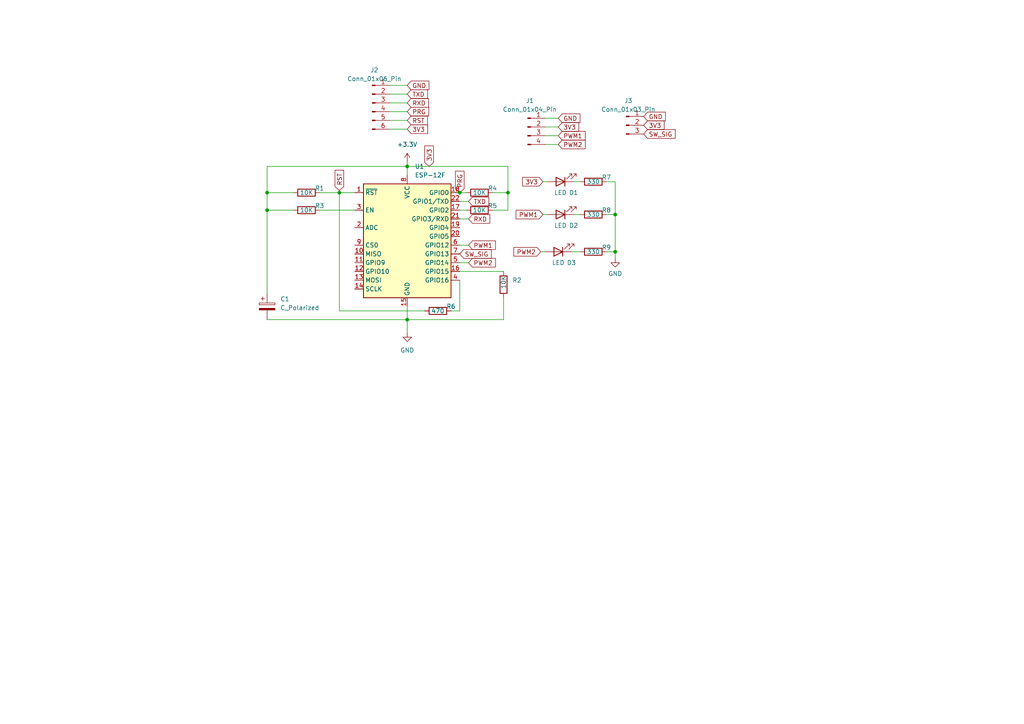
<source format=kicad_sch>
(kicad_sch (version 20230121) (generator eeschema)
  (paper "A4")
  (lib_symbols
    (symbol "Connector:Conn_01x03_Pin" (pin_names (offset 1.016) hide)
      (property "Reference" "J" (at 0 5.08 0))
      (property "Value" "Conn_01x03_Pin" (at 0 -5.08 0))
      (symbol "Conn_01x03_Pin_1_1"
        (polyline (pts (xy 1.27 -2.54) (xy 0.8636 -2.54)) (stroke (width 0.1524)))
        (polyline (pts (xy 1.27 0) (xy 0.8636 0)) (stroke (width 0.1524)))
        (polyline (pts (xy 1.27 2.54) (xy 0.8636 2.54)) (stroke (width 0.1524)))
        (rectangle (start 0.8636 -2.413) (end 0 -2.667) (stroke (width 0.1524)) (fill (type outline)))
        (rectangle (start 0.8636 0.127) (end 0 -0.127) (stroke (width 0.1524)) (fill (type outline)))
        (rectangle (start 0.8636 2.667) (end 0 2.413) (stroke (width 0.1524)) (fill (type outline)))
        (pin passive line (at 5.08 2.54 180) (length 3.81) (name "Pin_1") (number "1"))
        (pin passive line (at 5.08 0 180) (length 3.81) (name "Pin_2") (number "2"))
        (pin passive line (at 5.08 -2.54 180) (length 3.81) (name "Pin_3") (number "3"))
      )
    )
    (symbol "Connector:Conn_01x04_Pin" (pin_names (offset 1.016) hide)
      (property "Reference" "J" (at 0 5.08 0))
      (property "Value" "Conn_01x04_Pin" (at 0 -7.62 0))
      (symbol "Conn_01x04_Pin_1_1"
        (polyline (pts (xy 1.27 -5.08) (xy 0.8636 -5.08)) (stroke (width 0.1524)))
        (polyline (pts (xy 1.27 -2.54) (xy 0.8636 -2.54)) (stroke (width 0.1524)))
        (polyline (pts (xy 1.27 0) (xy 0.8636 0)) (stroke (width 0.1524)))
        (polyline (pts (xy 1.27 2.54) (xy 0.8636 2.54)) (stroke (width 0.1524)))
        (rectangle (start 0.8636 -4.953) (end 0 -5.207) (stroke (width 0.1524)) (fill (type outline)))
        (rectangle (start 0.8636 -2.413) (end 0 -2.667) (stroke (width 0.1524)) (fill (type outline)))
        (rectangle (start 0.8636 0.127) (end 0 -0.127) (stroke (width 0.1524)) (fill (type outline)))
        (rectangle (start 0.8636 2.667) (end 0 2.413) (stroke (width 0.1524)) (fill (type outline)))
        (pin passive line (at 5.08 2.54 180) (length 3.81) (name "Pin_1") (number "1"))
        (pin passive line (at 5.08 0 180) (length 3.81) (name "Pin_2") (number "2"))
        (pin passive line (at 5.08 -2.54 180) (length 3.81) (name "Pin_3") (number "3"))
        (pin passive line (at 5.08 -5.08 180) (length 3.81) (name "Pin_4") (number "4"))
      )
    )
    (symbol "Connector:Conn_01x06_Pin" (pin_names (offset 1.016) hide)
      (property "Reference" "J" (at 0 7.62 0))
      (property "Value" "Conn_01x06_Pin" (at 0 -10.16 0))
      (symbol "Conn_01x06_Pin_1_1"
        (polyline (pts (xy 1.27 -7.62) (xy 0.8636 -7.62)) (stroke (width 0.1524)))
        (polyline (pts (xy 1.27 -5.08) (xy 0.8636 -5.08)) (stroke (width 0.1524)))
        (polyline (pts (xy 1.27 -2.54) (xy 0.8636 -2.54)) (stroke (width 0.1524)))
        (polyline (pts (xy 1.27 0) (xy 0.8636 0)) (stroke (width 0.1524)))
        (polyline (pts (xy 1.27 2.54) (xy 0.8636 2.54)) (stroke (width 0.1524)))
        (polyline (pts (xy 1.27 5.08) (xy 0.8636 5.08)) (stroke (width 0.1524)))
        (rectangle (start 0.8636 -7.493) (end 0 -7.747) (stroke (width 0.1524)) (fill (type outline)))
        (rectangle (start 0.8636 -4.953) (end 0 -5.207) (stroke (width 0.1524)) (fill (type outline)))
        (rectangle (start 0.8636 -2.413) (end 0 -2.667) (stroke (width 0.1524)) (fill (type outline)))
        (rectangle (start 0.8636 0.127) (end 0 -0.127) (stroke (width 0.1524)) (fill (type outline)))
        (rectangle (start 0.8636 2.667) (end 0 2.413) (stroke (width 0.1524)) (fill (type outline)))
        (rectangle (start 0.8636 5.207) (end 0 4.953) (stroke (width 0.1524)) (fill (type outline)))
        (pin passive line (at 5.08 5.08 180) (length 3.81) (name "Pin_1") (number "1"))
        (pin passive line (at 5.08 2.54 180) (length 3.81) (name "Pin_2") (number "2"))
        (pin passive line (at 5.08 0 180) (length 3.81) (name "Pin_3") (number "3"))
        (pin passive line (at 5.08 -2.54 180) (length 3.81) (name "Pin_4") (number "4"))
        (pin passive line (at 5.08 -5.08 180) (length 3.81) (name "Pin_5") (number "5"))
        (pin passive line (at 5.08 -7.62 180) (length 3.81) (name "Pin_6") (number "6"))
      )
    )
    (symbol "Device:C_Polarized" (pin_numbers hide) (pin_names (offset 0.254))
      (property "Reference" "C" (at 0.635 2.54 0))
      (property "Value" "C_Polarized" (at 0.635 -2.54 0))
      (symbol "C_Polarized_0_1"
        (rectangle (start -2.286 0.508) (end 2.286 1.016))
        (polyline (pts (xy -1.778 2.286) (xy -0.762 2.286)))
        (polyline (pts (xy -1.27 2.794) (xy -1.27 1.778)))
        (rectangle (start 2.286 -0.508) (end -2.286 -1.016) (fill (type outline)))
      )
      (symbol "C_Polarized_1_1"
        (pin passive line (at 0 3.81 270) (length 2.794) (name "~") (number "1"))
        (pin passive line (at 0 -3.81 90) (length 2.794) (name "~") (number "2"))
      )
    )
    (symbol "Device:LED" (pin_numbers hide) (pin_names (offset 1.016) hide)
      (property "Reference" "D" (at 0 2.54 0))
      (property "Value" "LED" (at 0 -2.54 0))
      (symbol "LED_0_1"
        (polyline (pts (xy -1.27 -1.27) (xy -1.27 1.27)) (stroke (width 0.254)))
        (polyline (pts (xy -1.27 0) (xy 1.27 0)))
        (polyline (pts (xy 1.27 -1.27) (xy 1.27 1.27) (xy -1.27 0) (xy 1.27 -1.27)) (stroke (width 0.254)))
        (polyline (pts (xy -3.048 -0.762) (xy -4.572 -2.286) (xy -3.81 -2.286) (xy -4.572 -2.286) (xy -4.572 -1.524)))
        (polyline (pts (xy -1.778 -0.762) (xy -3.302 -2.286) (xy -2.54 -2.286) (xy -3.302 -2.286) (xy -3.302 -1.524)))
      )
      (symbol "LED_1_1"
        (pin passive line (at -3.81 0 0) (length 2.54) (name "K") (number "1"))
        (pin passive line (at 3.81 0 180) (length 2.54) (name "A") (number "2"))
      )
    )
    (symbol "Device:R" (pin_numbers hide) (pin_names (offset 0))
      (property "Reference" "R" (at 2.032 0 90))
      (property "Value" "R" (at 0 0 90))
      (symbol "R_0_1"
        (rectangle (start -1.016 -2.54) (end 1.016 2.54) (stroke (width 0.254)))
      )
      (symbol "R_1_1"
        (pin passive line (at 0 3.81 270) (length 1.27) (name "~") (number "1"))
        (pin passive line (at 0 -3.81 90) (length 1.27) (name "~") (number "2"))
      )
    )
    (symbol "RF_Module:ESP-12F"
      (property "Reference" "U" (at -12.7 19.05 0))
      (property "Value" "ESP-12F" (at 12.7 19.05 0))
      (symbol "ESP-12F_0_1"
        (rectangle (start -12.7 17.78) (end 12.7 -15.24) (stroke (width 0.254)) (fill (type background)))
      )
      (symbol "ESP-12F_1_1"
        (pin input line (at -15.24 15.24 0) (length 2.54) (name "~{RST}") (number "1"))
        (pin bidirectional line (at -15.24 -2.54 0) (length 2.54) (name "MISO") (number "10"))
        (pin bidirectional line (at -15.24 -5.08 0) (length 2.54) (name "GPIO9") (number "11"))
        (pin bidirectional line (at -15.24 -7.62 0) (length 2.54) (name "GPIO10") (number "12"))
        (pin bidirectional line (at -15.24 -10.16 0) (length 2.54) (name "MOSI") (number "13"))
        (pin bidirectional line (at -15.24 -12.7 0) (length 2.54) (name "SCLK") (number "14"))
        (pin power_in line (at 0 -17.78 90) (length 2.54) (name "GND") (number "15"))
        (pin bidirectional line (at 15.24 -7.62 180) (length 2.54) (name "GPIO15") (number "16"))
        (pin bidirectional line (at 15.24 10.16 180) (length 2.54) (name "GPIO2") (number "17"))
        (pin bidirectional line (at 15.24 15.24 180) (length 2.54) (name "GPIO0") (number "18"))
        (pin bidirectional line (at 15.24 5.08 180) (length 2.54) (name "GPIO4") (number "19"))
        (pin input line (at -15.24 5.08 0) (length 2.54) (name "ADC") (number "2"))
        (pin bidirectional line (at 15.24 2.54 180) (length 2.54) (name "GPIO5") (number "20"))
        (pin bidirectional line (at 15.24 7.62 180) (length 2.54) (name "GPIO3/RXD") (number "21"))
        (pin bidirectional line (at 15.24 12.7 180) (length 2.54) (name "GPIO1/TXD") (number "22"))
        (pin input line (at -15.24 10.16 0) (length 2.54) (name "EN") (number "3"))
        (pin bidirectional line (at 15.24 -10.16 180) (length 2.54) (name "GPIO16") (number "4"))
        (pin bidirectional line (at 15.24 -5.08 180) (length 2.54) (name "GPIO14") (number "5"))
        (pin bidirectional line (at 15.24 0 180) (length 2.54) (name "GPIO12") (number "6"))
        (pin bidirectional line (at 15.24 -2.54 180) (length 2.54) (name "GPIO13") (number "7"))
        (pin power_in line (at 0 20.32 270) (length 2.54) (name "VCC") (number "8"))
        (pin input line (at -15.24 0 0) (length 2.54) (name "CS0") (number "9"))
      )
    )
    (symbol "power:+3.3V" (power) (pin_names (offset 0))
      (property "Value" "+3.3V" (at 0 3.556 0))
      (symbol "+3.3V_0_1"
        (polyline (pts (xy -0.762 1.27) (xy 0 2.54)))
        (polyline (pts (xy 0 0) (xy 0 2.54)))
        (polyline (pts (xy 0 2.54) (xy 0.762 1.27)))
      )
      (symbol "+3.3V_1_1"
        (pin power_in line (at 0 0 90) (length 0) hide (name "+3.3V") (number "1"))
      )
    )
    (symbol "power:GND" (power) (pin_names (offset 0))
      (property "Value" "GND" (at 0 -3.81 0))
      (symbol "GND_0_1"
        (polyline (pts (xy 0 0) (xy 0 -1.27) (xy 1.27 -1.27) (xy 0 -2.54) (xy -1.27 -1.27) (xy 0 -1.27)))
      )
      (symbol "GND_1_1"
        (pin power_in line (at 0 0 270) (length 0) hide (name "GND") (number "1"))
      )
    )
  )
  (junction (at 118.11 92.71))
  (junction (at 178.435 73.025))
  (junction (at 77.47 60.96))
  (junction (at 77.47 55.88))
  (junction (at 147.32 55.88))
  (junction (at 133.35 55.88))
  (junction (at 98.425 55.88))
  (junction (at 178.435 62.23))
  (junction (at 118.11 48.26))
  (wire (pts (xy 113.03 37.465) (xy 118.11 37.465)))
  (wire (pts (xy 113.03 27.305) (xy 118.11 27.305)))
  (wire (pts (xy 158.115 36.83) (xy 161.925 36.83)))
  (wire (pts (xy 157.48 52.705) (xy 158.75 52.705)))
  (wire (pts (xy 92.71 60.96) (xy 102.87 60.96)))
  (wire (pts (xy 98.425 55.88) (xy 102.87 55.88)))
  (wire (pts (xy 156.845 73.025) (xy 158.115 73.025)))
  (wire (pts (xy 118.11 46.99) (xy 118.11 48.26)))
  (wire (pts (xy 147.32 55.88) (xy 147.32 48.26)))
  (wire (pts (xy 146.05 92.71) (xy 118.11 92.71)))
  (wire (pts (xy 118.11 48.26) (xy 118.11 50.8)))
  (wire (pts (xy 133.35 63.5) (xy 135.89 63.5)))
  (wire (pts (xy 113.03 24.765) (xy 118.11 24.765)))
  (wire (pts (xy 142.875 60.96) (xy 147.32 60.96)))
  (wire (pts (xy 133.35 78.74) (xy 146.05 78.74)))
  (wire (pts (xy 133.35 55.88) (xy 135.255 55.88)))
  (wire (pts (xy 130.81 90.17) (xy 133.35 90.17)))
  (wire (pts (xy 147.32 60.96) (xy 147.32 55.88)))
  (wire (pts (xy 178.435 52.705) (xy 178.435 62.23)))
  (wire (pts (xy 175.895 73.025) (xy 178.435 73.025)))
  (wire (pts (xy 77.47 55.88) (xy 77.47 48.26)))
  (wire (pts (xy 77.47 92.71) (xy 118.11 92.71)))
  (wire (pts (xy 113.03 29.845) (xy 118.11 29.845)))
  (wire (pts (xy 77.47 60.96) (xy 85.09 60.96)))
  (wire (pts (xy 118.11 92.71) (xy 118.11 96.52)))
  (wire (pts (xy 133.35 58.42) (xy 135.89 58.42)))
  (wire (pts (xy 123.19 90.17) (xy 98.425 90.17)))
  (wire (pts (xy 98.425 55.245) (xy 98.425 55.88)))
  (wire (pts (xy 132.08 55.88) (xy 133.35 55.88)))
  (wire (pts (xy 113.03 34.925) (xy 118.11 34.925)))
  (wire (pts (xy 166.37 62.23) (xy 168.275 62.23)))
  (wire (pts (xy 133.35 76.2) (xy 135.89 76.2)))
  (wire (pts (xy 98.425 90.17) (xy 98.425 55.88)))
  (wire (pts (xy 175.895 52.705) (xy 178.435 52.705)))
  (wire (pts (xy 92.71 55.88) (xy 98.425 55.88)))
  (wire (pts (xy 118.11 48.26) (xy 147.32 48.26)))
  (wire (pts (xy 142.875 55.88) (xy 147.32 55.88)))
  (wire (pts (xy 158.115 39.37) (xy 161.925 39.37)))
  (wire (pts (xy 118.11 88.9) (xy 118.11 92.71)))
  (wire (pts (xy 77.47 55.88) (xy 85.09 55.88)))
  (wire (pts (xy 77.47 60.96) (xy 77.47 55.88)))
  (wire (pts (xy 133.35 71.12) (xy 135.89 71.12)))
  (wire (pts (xy 158.115 41.91) (xy 161.925 41.91)))
  (wire (pts (xy 175.895 62.23) (xy 178.435 62.23)))
  (wire (pts (xy 133.35 90.17) (xy 133.35 81.28)))
  (wire (pts (xy 158.115 34.29) (xy 161.925 34.29)))
  (wire (pts (xy 113.03 32.385) (xy 118.11 32.385)))
  (wire (pts (xy 77.47 48.26) (xy 118.11 48.26)))
  (wire (pts (xy 165.735 73.025) (xy 168.275 73.025)))
  (wire (pts (xy 178.435 73.025) (xy 178.435 74.93)))
  (wire (pts (xy 146.05 86.36) (xy 146.05 92.71)))
  (wire (pts (xy 133.35 60.96) (xy 135.255 60.96)))
  (wire (pts (xy 178.435 62.23) (xy 178.435 73.025)))
  (wire (pts (xy 77.47 85.09) (xy 77.47 60.96)))
  (wire (pts (xy 166.37 52.705) (xy 168.275 52.705)))
  (wire (pts (xy 157.48 62.23) (xy 158.75 62.23)))
  (global_label "GND" (shape input) (at 118.11 24.765 0) (property "Intersheetrefs" "${INTERSHEET_REFS}" (effects hide)))
  (global_label "3V3" (shape input) (at 157.48 52.705 180) (property "Intersheetrefs" "${INTERSHEET_REFS}" (effects hide)))
  (global_label "SW_SIG" (shape input) (at 186.69 38.862 0) (property "Intersheetrefs" "${INTERSHEET_REFS}" (effects hide)))
  (global_label "3V3" (shape input) (at 161.925 36.83 0) (property "Intersheetrefs" "${INTERSHEET_REFS}" (effects hide)))
  (global_label "GND" (shape input) (at 186.69 33.782 0) (property "Intersheetrefs" "${INTERSHEET_REFS}" (effects hide)))
  (global_label "PRG" (shape input) (at 118.11 32.385 0) (property "Intersheetrefs" "${INTERSHEET_REFS}" (effects hide)))
  (global_label "RXD" (shape input) (at 135.89 63.5 0) (property "Intersheetrefs" "${INTERSHEET_REFS}" (effects hide)))
  (global_label "3V3" (shape input) (at 118.11 37.465 0) (property "Intersheetrefs" "${INTERSHEET_REFS}" (effects hide)))
  (global_label "PWM1" (shape input) (at 135.89 71.12 0) (property "Intersheetrefs" "${INTERSHEET_REFS}" (effects hide)))
  (global_label "3V3" (shape input) (at 124.46 48.26 90) (property "Intersheetrefs" "${INTERSHEET_REFS}" (effects hide)))
  (global_label "PWM2" (shape input) (at 161.925 41.91 0) (property "Intersheetrefs" "${INTERSHEET_REFS}" (effects hide)))
  (global_label "RST" (shape input) (at 118.11 34.925 0) (property "Intersheetrefs" "${INTERSHEET_REFS}" (effects hide)))
  (global_label "TXD" (shape input) (at 118.11 27.305 0) (property "Intersheetrefs" "${INTERSHEET_REFS}" (effects hide)))
  (global_label "GND" (shape input) (at 161.925 34.29 0) (property "Intersheetrefs" "${INTERSHEET_REFS}" (effects hide)))
  (global_label "TXD" (shape input) (at 135.89 58.42 0) (property "Intersheetrefs" "${INTERSHEET_REFS}" (effects hide)))
  (global_label "RXD" (shape input) (at 118.11 29.845 0) (property "Intersheetrefs" "${INTERSHEET_REFS}" (effects hide)))
  (global_label "PWM1" (shape input) (at 157.48 62.23 180) (property "Intersheetrefs" "${INTERSHEET_REFS}" (effects hide)))
  (global_label "SW_SIG" (shape input) (at 133.35 73.66 0) (property "Intersheetrefs" "${INTERSHEET_REFS}" (effects hide)))
  (global_label "PWM1" (shape input) (at 161.925 39.37 0) (property "Intersheetrefs" "${INTERSHEET_REFS}" (effects hide)))
  (global_label "PWM2" (shape input) (at 156.845 73.025 180) (property "Intersheetrefs" "${INTERSHEET_REFS}" (effects hide)))
  (global_label "3V3" (shape input) (at 186.69 36.322 0) (property "Intersheetrefs" "${INTERSHEET_REFS}" (effects hide)))
  (global_label "PWM2" (shape input) (at 135.89 76.2 0) (property "Intersheetrefs" "${INTERSHEET_REFS}" (effects hide)))
  (global_label "PRG" (shape input) (at 133.35 55.88 90) (property "Intersheetrefs" "${INTERSHEET_REFS}" (effects hide)))
  (global_label "RST" (shape input) (at 98.425 55.245 90) (property "Intersheetrefs" "${INTERSHEET_REFS}" (effects hide)))
  (symbol (lib_id "Device:LED") (at 162.56 62.23 180) (unit 1)
    (property "Reference" "D2" (at 166.37 65.405 0))
    (property "Value" "LED" (at 162.56 65.405 0))
    (property "Footprint" "LED_SMD:LED_0805_2012Metric" (effects hide))
  )
  (symbol (lib_id "Connector:Conn_01x03_Pin") (at 181.61 36.322 0) (unit 1)
    (property "Reference" "J3" (at 182.245 29.21 0))
    (property "Value" "Conn_01x03_Pin" (at 182.245 31.75 0))
    (property "Footprint" "Connector_PinSocket_2.54mm:PinSocket_1x03_P2.54mm_Vertical" (effects hide))
  )
  (symbol (lib_id "Device:C_Polarized") (at 77.47 88.9 0) (unit 1)
    (property "Reference" "C1" (at 81.28 86.741 0) (effects (justify left)))
    (property "Value" "C_Polarized" (at 81.28 89.281 0) (effects (justify left)))
    (property "Footprint" "Capacitor_SMD:CP_Elec_3x5.4" (effects hide))
  )
  (symbol (lib_id "Device:R") (at 172.085 62.23 270) (unit 1)
    (property "Reference" "R8" (at 175.895 60.96 90))
    (property "Value" "330" (at 172.085 62.23 90))
    (property "Footprint" "Resistor_SMD:R_0805_2012Metric" (effects hide))
  )
  (symbol (lib_id "Device:R") (at 139.065 55.88 270) (unit 1)
    (property "Reference" "R4" (at 142.875 54.61 90))
    (property "Value" "10K" (at 139.065 55.88 90))
    (property "Footprint" "Resistor_SMD:R_0805_2012Metric" (effects hide))
  )
  (symbol (lib_id "Device:R") (at 88.9 60.96 270) (unit 1)
    (property "Reference" "R3" (at 92.71 59.69 90))
    (property "Value" "10K" (at 88.9 60.96 90))
    (property "Footprint" "Resistor_SMD:R_0805_2012Metric" (effects hide))
  )
  (symbol (lib_id "power:GND") (at 178.435 74.93 0) (unit 1)
    (property "Reference" "#PWR03" (effects hide))
    (property "Value" "GND" (at 178.435 79.375 0))
  )
  (symbol (lib_id "Device:R") (at 139.065 60.96 270) (unit 1)
    (property "Reference" "R5" (at 142.875 59.69 90))
    (property "Value" "10K" (at 139.065 60.96 90))
    (property "Footprint" "Resistor_SMD:R_0805_2012Metric" (effects hide))
  )
  (symbol (lib_id "RF_Module:ESP-12F") (at 118.11 71.12 0) (unit 1)
    (property "Reference" "U1" (at 120.3041 48.26 0) (effects (justify left)))
    (property "Value" "ESP-12F" (at 120.3041 50.8 0) (effects (justify left)))
    (property "Footprint" "RF_Module:ESP-12E" (effects hide))
    (property "Datasheet" "http://wiki.ai-thinker.com/_media/esp8266/esp8266_series_modules_user_manual_v1.1.pdf" (effects hide))
  )
  (symbol (lib_id "power:GND") (at 118.11 96.52 0) (unit 1)
    (property "Reference" "#PWR02" (effects hide))
    (property "Value" "GND" (at 118.11 101.6 0))
  )
  (symbol (lib_id "Device:R") (at 88.9 55.88 270) (unit 1)
    (property "Reference" "R1" (at 92.71 54.61 90))
    (property "Value" "10K" (at 88.9 55.88 90))
    (property "Footprint" "Resistor_SMD:R_0805_2012Metric" (effects hide))
  )
  (symbol (lib_id "Device:LED") (at 161.925 73.025 180) (unit 1)
    (property "Reference" "D3" (at 165.735 76.2 0))
    (property "Value" "LED" (at 161.925 76.2 0))
    (property "Footprint" "LED_SMD:LED_0805_2012Metric" (effects hide))
  )
  (symbol (lib_id "Connector:Conn_01x04_Pin") (at 153.035 36.83 0) (unit 1)
    (property "Reference" "J1" (at 153.67 29.21 0))
    (property "Value" "Conn_01x04_Pin" (at 153.67 31.75 0))
    (property "Footprint" "Connector_PinSocket_2.54mm:PinSocket_1x04_P2.54mm_Vertical" (effects hide))
  )
  (symbol (lib_id "Device:R") (at 127 90.17 270) (unit 1)
    (property "Reference" "R6" (at 130.81 88.9 90))
    (property "Value" "470" (at 127 90.17 90))
    (property "Footprint" "Resistor_SMD:R_0805_2012Metric" (effects hide))
  )
  (symbol (lib_id "Connector:Conn_01x06_Pin") (at 107.95 29.845 0) (unit 1)
    (property "Reference" "J2" (at 108.585 20.32 0))
    (property "Value" "Conn_01x06_Pin" (at 108.585 22.86 0))
    (property "Footprint" "Connector_PinHeader_2.00mm:PinHeader_1x06_P2.00mm_Vertical" (effects hide))
  )
  (symbol (lib_id "Device:LED") (at 162.56 52.705 180) (unit 1)
    (property "Reference" "D1" (at 166.37 55.88 0))
    (property "Value" "LED" (at 162.56 55.88 0))
    (property "Footprint" "LED_SMD:LED_0805_2012Metric" (effects hide))
  )
  (symbol (lib_id "Device:R") (at 172.085 73.025 270) (unit 1)
    (property "Reference" "R9" (at 175.895 71.755 90))
    (property "Value" "330" (at 172.085 73.025 90))
    (property "Footprint" "Resistor_SMD:R_0805_2012Metric" (effects hide))
  )
  (symbol (lib_id "power:+3.3V") (at 118.11 46.99 0) (unit 1)
    (property "Reference" "#PWR01" (effects hide))
    (property "Value" "+3.3V" (at 118.11 41.91 0))
  )
  (symbol (lib_id "Device:R") (at 172.085 52.705 270) (unit 1)
    (property "Reference" "R7" (at 175.895 51.435 90))
    (property "Value" "330" (at 172.085 52.705 90))
    (property "Footprint" "Resistor_SMD:R_0805_2012Metric" (effects hide))
  )
  (symbol (lib_id "Device:R") (at 146.05 82.55 180) (unit 1)
    (property "Reference" "R2" (at 148.59 81.28 0) (effects (justify right)))
    (property "Value" "10K" (at 146.05 83.82 90) (effects (justify right)))
    (property "Footprint" "Resistor_SMD:R_0805_2012Metric" (effects hide))
  )
)
</source>
